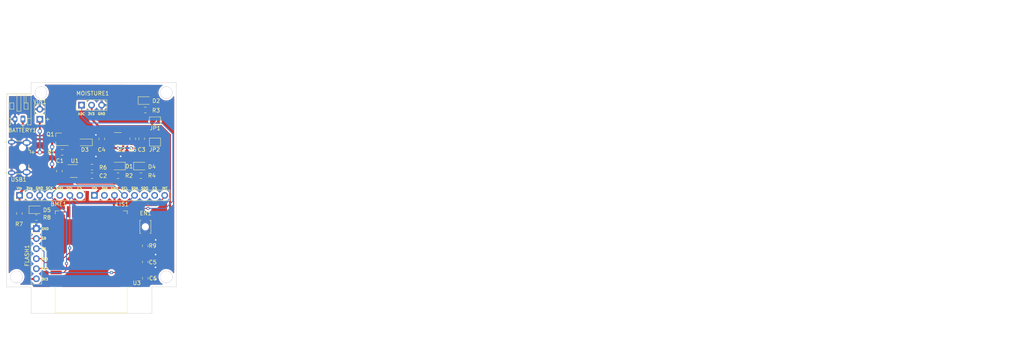
<source format=kicad_pcb>
(kicad_pcb (version 20171130) (host pcbnew "(5.1.10)-1")
  (layers (0 F.Cu signal) (31 B.Cu signal) (34 B.Paste user hide) (35 F.Paste user hide) (36 B.SilkS user hide) (37 F.SilkS user) (38 B.Mask user hide) (39 F.Mask user hide) (44 Edge.Cuts user))
  (net 0 "")
  (net 1 GND)
  (net 2 +BATT)
  (net 3 VBUS)
  (net 4 +3V3)
  (net 5 EN)
  (net 6 "Net-(D1-Pad1)")
  (net 7 IO2)
  (net 8 "Net-(D5-Pad1)")
  (net 9 SDA)
  (net 10 SCL)
  (net 11 TX0)
  (net 12 RX0)
  (net 13 IO0)
  (net 14 "Net-(R5-Pad1)")
  (net 15 "Net-(D4-Pad2)")
  (net 16 "Net-(U2-Pad4)")
  (net 17 "Net-(U3-Pad32)")
  (net 18 "Net-(BME1-Pad7)")
  (net 19 "Net-(BME1-Pad5)")
  (net 20 "Net-(BME1-Pad2)")
  (net 21 "Net-(C3-Pad1)")
  (net 22 "Net-(U3-Pad37)")
  (net 23 "Net-(U3-Pad31)")
  (net 24 "Net-(U3-Pad30)")
  (net 25 "Net-(U3-Pad29)")
  (net 26 "Net-(U3-Pad28)")
  (net 27 "Net-(U3-Pad27)")
  (net 28 "Net-(U3-Pad26)")
  (net 29 "Net-(U3-Pad23)")
  (net 30 "Net-(U3-Pad22)")
  (net 31 "Net-(U3-Pad21)")
  (net 32 "Net-(U3-Pad20)")
  (net 33 "Net-(U3-Pad19)")
  (net 34 "Net-(U3-Pad18)")
  (net 35 "Net-(U3-Pad17)")
  (net 36 "Net-(U3-Pad16)")
  (net 37 "Net-(U3-Pad14)")
  (net 38 "Net-(U3-Pad13)")
  (net 39 "Net-(U3-Pad12)")
  (net 40 "Net-(U3-Pad11)")
  (net 41 "Net-(U3-Pad10)")
  (net 42 "Net-(U3-Pad8)")
  (net 43 "Net-(U3-Pad7)")
  (net 44 "Net-(U3-Pad5)")
  (net 45 "Net-(U3-Pad4)")
  (net 46 "Net-(USB1-Pad4)")
  (net 47 "Net-(USB1-Pad3)")
  (net 48 "Net-(USB1-Pad2)")
  (net 49 "Net-(C4-Pad1)")
  (net 50 "Net-(R2-Pad1)")
  (net 51 "Net-(D2-Pad2)")
  (net 52 "Net-(D2-Pad1)")
  (net 53 "Net-(R6-Pad1)")
  (net 54 INT)
  (net 55 "Net-(LIS1-Pad7)")
  (net 56 "Net-(LIS1-Pad6)")
  (net 57 "Net-(LIS1-Pad2)")
  (net 58 ADC1)
  (module MountingHole:MountingHole_2.2mm_M2_Pad (layer F.Cu) (at 136.12 75.75)
    (fp_text reference REF** hide)
    (fp_text value MountingHole_2.2mm_M2_Pad)
    (pad 1 thru_hole circle (at 0 0) (size 3 3) (drill 3) (layers *.Cu *.Mask))
  )
  (module MountingHole:MountingHole_2.2mm_M2_Pad (layer F.Cu) (at 167.8 75.79)
    (fp_text reference REF** hide)
    (fp_text value MountingHole_2.2mm_M2_Pad)
    (pad 2 thru_hole circle (at 0 0) (size 3 3) (drill 3) (layers *.Cu *.Mask))
  )
  (module MountingHole:MountingHole_2.2mm_M2_Pad (layer F.Cu) (at 129.93 122.45)
    (fp_text reference REF** hide)
    (fp_text value MountingHole_2.2mm_M2_Pad)
    (pad 4 thru_hole circle (at 0 0) (size 3 3) (drill 3) (layers *.Cu *.Mask))
  )
  (module MountingHole:MountingHole_2.2mm_M2_Pad (layer F.Cu) (at 167.8 122.44)
    (fp_text reference REF** hide)
    (fp_text value MountingHole_2.2mm_M2_Pad)
    (pad 3 thru_hole circle (at 0 0) (size 3 3) (drill 3) (layers *.Cu *.Mask))
  )
  (module Connector_PinHeader_2.54mm:PinHeader_1x03_P2.54mm_Vertical (layer F.Cu) (at 146.35988 78.95336 90)
    (fp_text reference MOISTURE1 (at 2.96672 2.8194 180) (layer F.SilkS))
    (fp_text value MOISTURE)
    (pad 3 thru_hole oval (at 0 5.08 90) (size 1.7 1.7) (drill 1) (layers *.Cu *.Mask) (net 1 GND))
    (pad 2 thru_hole oval (at 0 2.54 90) (size 1.7 1.7) (drill 1) (layers *.Cu *.Mask) (net 4 +3V3))
    (pad 1 thru_hole rect (at 0 0 90) (size 1.7 1.7) (drill 1) (layers *.Cu *.Mask) (net 58 ADC1))
  )
  (module Diode_SMD:D_SOD-323_HandSoldering (layer F.Cu) (at 147.19428 88.38248 180)
    (fp_text reference D3 (at 0 -1.85) (layer F.SilkS))
    (fp_text value 1A/23V/620mV)
    (pad 2 smd rect (at 1.25 0 180) (size 1 1) (layers F.Cu F.Paste F.Mask) (net 3 VBUS))
    (pad 1 smd rect (at -1.25 0 180) (size 1 1) (layers F.Cu F.Paste F.Mask) (net 49 "Net-(C4-Pad1)"))
  )
  (module LED_SMD:LED_0805_2012Metric_Pad1.15x1.40mm_HandSolder (layer F.Cu) (at 162.5219 77.8002)
    (fp_text reference D2 (at 2.7051 0.07874) (layer F.SilkS))
    (fp_text value Red)
    (pad 1 smd roundrect (at -1.025 0) (size 1.15 1.4) (layers F.Cu F.Paste F.Mask) (roundrect_rratio 0.217391) (net 52 "Net-(D2-Pad1)"))
    (pad 2 smd roundrect (at 1.025 0) (size 1.15 1.4) (layers F.Cu F.Paste F.Mask) (roundrect_rratio 0.217391) (net 51 "Net-(D2-Pad2)"))
  )
  (module Jumper:SolderJumper-2_P1.3mm_Open_TrianglePad1.0x1.5mm (layer F.Cu) (at 164.93092 88.30056 180)
    (fp_text reference JP2 (at 0.09652 -1.89992) (layer F.SilkS))
    (fp_text value SJ)
    (pad 1 smd custom (at -0.725 0 180) (size 0.3 0.3) (layers F.Cu F.Mask) (net 4 +3V3) (options (clearance outline) (anchor rect)) (primitives (gr_poly (pts (xy -0.5 -0.75) (xy 0.5 -0.75) (xy 1 0) (xy 0.5 0.75) (xy -0.5 0.75)) (width 0))))
    (pad 2 smd custom (at 0.725 0 180) (size 0.3 0.3) (layers F.Cu F.Mask) (net 21 "Net-(C3-Pad1)") (options (clearance outline) (anchor rect)) (primitives (gr_poly (pts (xy -0.65 -0.75) (xy 0.5 -0.75) (xy 0.5 0.75) (xy -0.65 0.75) (xy -0.15 0)) (width 0))))
  )
  (module LED_SMD:LED_0805_2012Metric_Pad1.15x1.40mm_HandSolder (layer F.Cu) (at 161.3816 94.3864)
    (fp_text reference D4 (at 2.77098 0.16962 180) (layer F.SilkS))
    (fp_text value Green)
    (pad 1 smd roundrect (at -1.025 0) (size 1.15 1.4) (layers F.Cu F.Paste F.Mask) (roundrect_rratio 0.2173904347826087) (net 1 GND))
    (pad 2 smd roundrect (at 1.025 0) (size 1.15 1.4) (layers F.Cu F.Paste F.Mask) (roundrect_rratio 0.2173904347826087) (net 15 "Net-(D4-Pad2)"))
  )
  (module Package_TO_SOT_SMD:SOT-23-5_HandSoldering (layer F.Cu) (at 144.4238 95.64794)
    (fp_text reference U1 (at 0.234 -2.624) (layer F.SilkS))
    (fp_text value MCP73831)
    (pad 5 smd rect (at 1.35 -0.95) (size 1.56 0.65) (layers F.Cu F.Paste F.Mask) (net 53 "Net-(R6-Pad1)"))
    (pad 4 smd rect (at 1.35 0.95) (size 1.56 0.65) (layers F.Cu F.Paste F.Mask) (net 3 VBUS))
    (pad 3 smd rect (at -1.35 0.95) (size 1.56 0.65) (layers F.Cu F.Paste F.Mask) (net 2 +BATT))
    (pad 2 smd rect (at -1.35 0) (size 1.56 0.65) (layers F.Cu F.Paste F.Mask) (net 1 GND))
    (pad 1 smd rect (at -1.35 -0.95) (size 1.56 0.65) (layers F.Cu F.Paste F.Mask) (net 50 "Net-(R2-Pad1)"))
  )
  (module RF_Module:ESP32-WROOM-32 (layer F.Cu) (at 148.83 115.6 180)
    (fp_text reference U3 (at -11.48972 -8.3774 180) (layer F.SilkS))
    (fp_text value ESP32-WROOM-32)
    (pad 39 smd rect (at -1 -0.755 180) (size 5 5) (layers F.Cu F.Paste F.Mask) (net 1 GND))
    (pad 1 smd rect (at -8.5 -8.255 180) (size 2.8 0.9) (drill (offset -0.4 0)) (layers F.Cu F.Paste F.Mask) (net 1 GND))
    (pad 2 smd rect (at -8.5 -6.985 180) (size 2.8 0.9) (drill (offset -0.4 0)) (layers F.Cu F.Paste F.Mask) (net 4 +3V3))
    (pad 3 smd rect (at -8.5 -5.715 180) (size 2.8 0.9) (drill (offset -0.4 0)) (layers F.Cu F.Paste F.Mask) (net 5 EN))
    (pad 4 smd rect (at -8.5 -4.445 180) (size 2.8 0.9) (drill (offset -0.4 0)) (layers F.Cu F.Paste F.Mask) (net 45 "Net-(U3-Pad4)"))
    (pad 5 smd rect (at -8.5 -3.175 180) (size 2.8 0.9) (drill (offset -0.4 0)) (layers F.Cu F.Paste F.Mask) (net 44 "Net-(U3-Pad5)"))
    (pad 6 smd rect (at -8.5 -1.905 180) (size 2.8 0.9) (drill (offset -0.4 0)) (layers F.Cu F.Paste F.Mask) (net 58 ADC1))
    (pad 7 smd rect (at -8.5 -0.635 180) (size 2.8 0.9) (drill (offset -0.4 0)) (layers F.Cu F.Paste F.Mask) (net 43 "Net-(U3-Pad7)"))
    (pad 8 smd rect (at -8.5 0.635 180) (size 2.8 0.9) (drill (offset -0.4 0)) (layers F.Cu F.Paste F.Mask) (net 42 "Net-(U3-Pad8)"))
    (pad 9 smd rect (at -8.5 1.905 180) (size 2.8 0.9) (drill (offset -0.4 0)) (layers F.Cu F.Paste F.Mask) (net 54 INT))
    (pad 10 smd rect (at -8.5 3.175 180) (size 2.8 0.9) (drill (offset -0.4 0)) (layers F.Cu F.Paste F.Mask) (net 41 "Net-(U3-Pad10)"))
    (pad 11 smd rect (at -8.5 4.445 180) (size 2.8 0.9) (drill (offset -0.4 0)) (layers F.Cu F.Paste F.Mask) (net 40 "Net-(U3-Pad11)"))
    (pad 12 smd rect (at -8.5 5.715 180) (size 2.8 0.9) (drill (offset -0.4 0)) (layers F.Cu F.Paste F.Mask) (net 39 "Net-(U3-Pad12)"))
    (pad 13 smd rect (at -8.5 6.985 180) (size 2.8 0.9) (drill (offset -0.4 0)) (layers F.Cu F.Paste F.Mask) (net 38 "Net-(U3-Pad13)"))
    (pad 14 smd rect (at -8.5 8.255 180) (size 2.8 0.9) (drill (offset -0.4 0)) (layers F.Cu F.Paste F.Mask) (net 37 "Net-(U3-Pad14)"))
    (pad 15 smd rect (at -5.715 9.255 270) (size 2.8 0.9) (drill (offset -0.4 0)) (layers F.Cu F.Paste F.Mask) (net 1 GND))
    (pad 16 smd rect (at -4.445 9.255 270) (size 2.8 0.9) (drill (offset -0.4 0)) (layers F.Cu F.Paste F.Mask) (net 36 "Net-(U3-Pad16)"))
    (pad 17 smd rect (at -3.175 9.255 270) (size 2.8 0.9) (drill (offset -0.4 0)) (layers F.Cu F.Paste F.Mask) (net 35 "Net-(U3-Pad17)"))
    (pad 18 smd rect (at -1.905 9.255 270) (size 2.8 0.9) (drill (offset -0.4 0)) (layers F.Cu F.Paste F.Mask) (net 34 "Net-(U3-Pad18)"))
    (pad 19 smd rect (at -0.635 9.255 270) (size 2.8 0.9) (drill (offset -0.4 0)) (layers F.Cu F.Paste F.Mask) (net 33 "Net-(U3-Pad19)"))
    (pad 20 smd rect (at 0.635 9.255 270) (size 2.8 0.9) (drill (offset -0.4 0)) (layers F.Cu F.Paste F.Mask) (net 32 "Net-(U3-Pad20)"))
    (pad 21 smd rect (at 1.905 9.255 270) (size 2.8 0.9) (drill (offset -0.4 0)) (layers F.Cu F.Paste F.Mask) (net 31 "Net-(U3-Pad21)"))
    (pad 22 smd rect (at 3.175 9.255 270) (size 2.8 0.9) (drill (offset -0.4 0)) (layers F.Cu F.Paste F.Mask) (net 30 "Net-(U3-Pad22)"))
    (pad 23 smd rect (at 4.445 9.255 270) (size 2.8 0.9) (drill (offset -0.4 0)) (layers F.Cu F.Paste F.Mask) (net 29 "Net-(U3-Pad23)"))
    (pad 24 smd rect (at 5.715 9.255 270) (size 2.8 0.9) (drill (offset -0.4 0)) (layers F.Cu F.Paste F.Mask) (net 7 IO2))
    (pad 25 smd rect (at 8.5 8.255 180) (size 2.8 0.9) (drill (offset 0.4 0)) (layers F.Cu F.Paste F.Mask) (net 13 IO0))
    (pad 26 smd rect (at 8.5 6.985 180) (size 2.8 0.9) (drill (offset 0.4 0)) (layers F.Cu F.Paste F.Mask) (net 28 "Net-(U3-Pad26)"))
    (pad 27 smd rect (at 8.5 5.715 180) (size 2.8 0.9) (drill (offset 0.4 0)) (layers F.Cu F.Paste F.Mask) (net 27 "Net-(U3-Pad27)"))
    (pad 28 smd rect (at 8.5 4.445 180) (size 2.8 0.9) (drill (offset 0.4 0)) (layers F.Cu F.Paste F.Mask) (net 26 "Net-(U3-Pad28)"))
    (pad 29 smd rect (at 8.5 3.175 180) (size 2.8 0.9) (drill (offset 0.4 0)) (layers F.Cu F.Paste F.Mask) (net 25 "Net-(U3-Pad29)"))
    (pad 30 smd rect (at 8.5 1.905 180) (size 2.8 0.9) (drill (offset 0.4 0)) (layers F.Cu F.Paste F.Mask) (net 24 "Net-(U3-Pad30)"))
    (pad 31 smd rect (at 8.5 0.635 180) (size 2.8 0.9) (drill (offset 0.4 0)) (layers F.Cu F.Paste F.Mask) (net 23 "Net-(U3-Pad31)"))
    (pad 32 smd rect (at 8.5 -0.635 180) (size 2.8 0.9) (drill (offset 0.4 0)) (layers F.Cu F.Paste F.Mask) (net 17 "Net-(U3-Pad32)"))
    (pad 33 smd rect (at 8.5 -1.905 180) (size 2.8 0.9) (drill (offset 0.4 0)) (layers F.Cu F.Paste F.Mask) (net 9 SDA))
    (pad 34 smd rect (at 8.5 -3.175 180) (size 2.8 0.9) (drill (offset 0.4 0)) (layers F.Cu F.Paste F.Mask) (net 12 RX0))
    (pad 35 smd rect (at 8.5 -4.445 180) (size 2.8 0.9) (drill (offset 0.4 0)) (layers F.Cu F.Paste F.Mask) (net 11 TX0))
    (pad 36 smd rect (at 8.5 -5.715 180) (size 2.8 0.9) (drill (offset 0.4 0)) (layers F.Cu F.Paste F.Mask) (net 10 SCL))
    (pad 37 smd rect (at 8.5 -6.985 180) (size 2.8 0.9) (drill (offset 0.4 0)) (layers F.Cu F.Paste F.Mask) (net 22 "Net-(U3-Pad37)"))
    (pad 38 smd rect (at 8.5 -8.255 180) (size 2.8 0.9) (drill (offset 0.4 0)) (layers F.Cu F.Paste F.Mask) (net 1 GND))
  )
  (module Connector_USB:USB_Micro-B_Wuerth_629105150521 (layer F.Cu) (at 130.62712 92.19692 270)
    (fp_text reference USB1 (at 5.61086 0.15494) (layer F.SilkS))
    (fp_text value USB_B_Micro)
    (pad "" np_thru_hole oval (at 2.5 -0.8 270) (size 0.8 0.8) (drill 0.8) (layers *.Cu *.Mask))
    (pad "" np_thru_hole oval (at -2.5 -0.8 270) (size 0.8 0.8) (drill 0.8) (layers *.Cu *.Mask))
    (pad 6 thru_hole oval (at 3.875 1.95 270) (size 1.15 1.8) (drill oval 0.55 1.2) (layers *.Cu *.Mask) (net 1 GND))
    (pad 6 thru_hole oval (at -3.875 1.95 270) (size 1.15 1.8) (drill oval 0.55 1.2) (layers *.Cu *.Mask) (net 1 GND))
    (pad 6 thru_hole oval (at 3.725 -1.85 270) (size 1.45 2) (drill oval 0.85 1.4) (layers *.Cu *.Mask) (net 1 GND))
    (pad 6 thru_hole oval (at -3.725 -1.85 270) (size 1.45 2) (drill oval 0.85 1.4) (layers *.Cu *.Mask) (net 1 GND))
    (pad 5 smd rect (at 1.3 -1.9 270) (size 0.45 1.7) (drill (offset 0 -0.2)) (layers F.Cu F.Paste F.Mask) (net 1 GND))
    (pad 4 smd rect (at 0.65 -1.9 270) (size 0.45 1.7) (drill (offset 0 -0.2)) (layers F.Cu F.Paste F.Mask) (net 46 "Net-(USB1-Pad4)"))
    (pad 3 smd rect (at 0 -1.9 270) (size 0.45 1.7) (drill (offset 0 -0.2)) (layers F.Cu F.Paste F.Mask) (net 47 "Net-(USB1-Pad3)"))
    (pad 2 smd rect (at -0.65 -1.9 270) (size 0.45 1.7) (drill (offset 0 -0.2)) (layers F.Cu F.Paste F.Mask) (net 48 "Net-(USB1-Pad2)"))
    (pad 1 smd rect (at -1.3 -1.9 270) (size 0.45 1.7) (drill (offset 0 -0.2)) (layers F.Cu F.Paste F.Mask) (net 3 VBUS))
  )
  (module Button_Switch_SMD:SW_SPST_B3U-1000P-B (layer F.Cu) (at 162.5 109.76 270)
    (fp_text reference EN1 (at -3.43306 -0.05238) (layer F.SilkS))
    (fp_text value Switch)
    (pad "" np_thru_hole circle (at 0 0 270) (size 0.8 0.8) (drill 0.8) (layers *.Cu *.Mask))
    (pad 2 smd rect (at 1.7 0 270) (size 1.3 1.7) (drill (offset 0.2 0)) (layers F.Cu F.Paste F.Mask) (net 5 EN))
    (pad 1 smd rect (at -1.7 0 270) (size 1.3 1.7) (drill (offset -0.2 0)) (layers F.Cu F.Paste F.Mask) (net 1 GND))
  )
  (module Connector_PinHeader_2.54mm:PinHeader_1x08_P2.54mm_Vertical (layer F.Cu) (at 149.6 101.8 90)
    (fp_text reference LIS1 (at -2.2606 7.06882 180) (layer F.SilkS))
    (fp_text value LIS3DH)
    (pad 8 thru_hole oval (at 0 17.78 90) (size 1.7 1.7) (drill 1) (layers *.Cu *.Mask) (net 54 INT))
    (pad 7 thru_hole oval (at 0 15.24 90) (size 1.7 1.7) (drill 1) (layers *.Cu *.Mask) (net 55 "Net-(LIS1-Pad7)"))
    (pad 6 thru_hole oval (at 0 12.7 90) (size 1.7 1.7) (drill 1) (layers *.Cu *.Mask) (net 56 "Net-(LIS1-Pad6)"))
    (pad 5 thru_hole oval (at 0 10.16 90) (size 1.7 1.7) (drill 1) (layers *.Cu *.Mask) (net 9 SDA))
    (pad 4 thru_hole oval (at 0 7.62 90) (size 1.7 1.7) (drill 1) (layers *.Cu *.Mask) (net 10 SCL))
    (pad 3 thru_hole oval (at 0 5.08 90) (size 1.7 1.7) (drill 1) (layers *.Cu *.Mask) (net 1 GND))
    (pad 2 thru_hole oval (at 0 2.54 90) (size 1.7 1.7) (drill 1) (layers *.Cu *.Mask) (net 57 "Net-(LIS1-Pad2)"))
    (pad 1 thru_hole rect (at 0 0 90) (size 1.7 1.7) (drill 1) (layers *.Cu *.Mask) (net 4 +3V3))
  )
  (module Connector_PinHeader_2.54mm:PinHeader_1x02_P2.54mm_Vertical (layer F.Cu) (at 135.8138 82.53476 180)
    (fp_text reference VIN1 (at -0.0162 4.47476) (layer F.SilkS))
    (fp_text value Conn_01x07)
    (pad 2 thru_hole oval (at 0 2.54 180) (size 1.7 1.7) (drill 1) (layers *.Cu *.Mask) (net 1 GND))
    (pad 1 thru_hole rect (at 0 0 180) (size 1.7 1.7) (drill 1) (layers *.Cu *.Mask) (net 3 VBUS))
  )
  (module Connector_PinHeader_2.54mm:PinHeader_1x06_P2.54mm_Vertical (layer F.Cu) (at 134.94 110.21)
    (fp_text reference FLASH1 (at -2.3495 6.83514 90) (layer F.SilkS))
    (fp_text value Conn_01x07)
    (pad 6 thru_hole oval (at 0 12.7) (size 1.7 1.7) (drill 1) (layers *.Cu *.Mask) (net 4 +3V3))
    (pad 5 thru_hole oval (at 0 10.16) (size 1.7 1.7) (drill 1) (layers *.Cu *.Mask) (net 11 TX0))
    (pad 4 thru_hole oval (at 0 7.62) (size 1.7 1.7) (drill 1) (layers *.Cu *.Mask) (net 12 RX0))
    (pad 3 thru_hole oval (at 0 5.08) (size 1.7 1.7) (drill 1) (layers *.Cu *.Mask) (net 5 EN))
    (pad 2 thru_hole oval (at 0 2.54) (size 1.7 1.7) (drill 1) (layers *.Cu *.Mask) (net 13 IO0))
    (pad 1 thru_hole rect (at 0 0) (size 1.7 1.7) (drill 1) (layers *.Cu *.Mask) (net 1 GND))
  )
  (module Connector_PinHeader_2.54mm:PinHeader_1x07_P2.54mm_Vertical (layer F.Cu) (at 130.70332 101.80066 90)
    (fp_text reference BME1 (at -2.1971 9.85774 180) (layer F.SilkS))
    (fp_text value BME680)
    (pad 7 thru_hole oval (at 0 15.24 90) (size 1.7 1.7) (drill 1) (layers *.Cu *.Mask) (net 18 "Net-(BME1-Pad7)"))
    (pad 6 thru_hole oval (at 0 12.7 90) (size 1.7 1.7) (drill 1) (layers *.Cu *.Mask) (net 9 SDA))
    (pad 5 thru_hole oval (at 0 10.16 90) (size 1.7 1.7) (drill 1) (layers *.Cu *.Mask) (net 19 "Net-(BME1-Pad5)"))
    (pad 4 thru_hole oval (at 0 7.62 90) (size 1.7 1.7) (drill 1) (layers *.Cu *.Mask) (net 10 SCL))
    (pad 3 thru_hole oval (at 0 5.08 90) (size 1.7 1.7) (drill 1) (layers *.Cu *.Mask) (net 1 GND))
    (pad 2 thru_hole oval (at 0 2.54 90) (size 1.7 1.7) (drill 1) (layers *.Cu *.Mask) (net 20 "Net-(BME1-Pad2)"))
    (pad 1 thru_hole rect (at 0 0 90) (size 1.7 1.7) (drill 1) (layers *.Cu *.Mask) (net 4 +3V3))
  )
  (module Package_TO_SOT_SMD:SOT-23-5_HandSoldering (layer F.Cu) (at 155.53378 87.51432 180)
    (fp_text reference U2 (at -0.95772 -2.74584) (layer F.SilkS))
    (fp_text value AP2112K-3.3)
    (pad 5 smd rect (at 1.35 -0.95 180) (size 1.56 0.65) (layers F.Cu F.Paste F.Mask) (net 21 "Net-(C3-Pad1)"))
    (pad 4 smd rect (at 1.35 0.95 180) (size 1.56 0.65) (layers F.Cu F.Paste F.Mask) (net 16 "Net-(U2-Pad4)"))
    (pad 3 smd rect (at -1.35 0.95 180) (size 1.56 0.65) (layers F.Cu F.Paste F.Mask) (net 14 "Net-(R5-Pad1)"))
    (pad 2 smd rect (at -1.35 0 180) (size 1.56 0.65) (layers F.Cu F.Paste F.Mask) (net 1 GND))
    (pad 1 smd rect (at -1.35 -0.95 180) (size 1.56 0.65) (layers F.Cu F.Paste F.Mask) (net 49 "Net-(C4-Pad1)"))
  )
  (module Resistor_SMD:R_0805_2012Metric_Pad1.15x1.40mm_HandSolder (layer F.Cu) (at 162.4838 80.19542)
    (fp_text reference R3 (at 2.7178 0.1016) (layer F.SilkS))
    (fp_text value 1K)
    (pad 2 smd roundrect (at 1.025 0) (size 1.15 1.4) (layers F.Cu F.Paste F.Mask) (roundrect_rratio 0.2173904347826087) (net 1 GND))
    (pad 1 smd roundrect (at -1.025 0) (size 1.15 1.4) (layers F.Cu F.Paste F.Mask) (roundrect_rratio 0.2173904347826087) (net 52 "Net-(D2-Pad1)"))
  )
  (module Jumper:SolderJumper-2_P1.3mm_Open_TrianglePad1.0x1.5mm (layer F.Cu) (at 164.91822 82.9437)
    (fp_text reference JP1 (at 0.04462 1.84912) (layer F.SilkS))
    (fp_text value SJ)
    (pad 1 smd custom (at -0.725 0) (size 0.3 0.3) (layers F.Cu F.Mask) (net 4 +3V3) (options (clearance outline) (anchor rect)) (primitives (gr_poly (pts (xy -0.5 -0.75) (xy 0.5 -0.75) (xy 1 0) (xy 0.5 0.75) (xy -0.5 0.75)) (width 0))))
    (pad 2 smd custom (at 0.725 0) (size 0.3 0.3) (layers F.Cu F.Mask) (net 51 "Net-(D2-Pad2)") (options (clearance outline) (anchor rect)) (primitives (gr_poly (pts (xy -0.65 -0.75) (xy 0.5 -0.75) (xy 0.5 0.75) (xy -0.65 0.75) (xy -0.15 0)) (width 0))))
  )
  (module LED_SMD:LED_0805_2012Metric_Pad1.15x1.40mm_HandSolder (layer F.Cu) (at 134.9392 105.44418)
    (fp_text reference D5 (at 2.6808 0.06582) (layer F.SilkS))
    (fp_text value Blue)
    (pad 1 smd roundrect (at -1.025 0) (size 1.15 1.4) (layers F.Cu F.Paste F.Mask) (roundrect_rratio 0.2173904347826087) (net 8 "Net-(D5-Pad1)"))
    (pad 2 smd roundrect (at 1.025 0) (size 1.15 1.4) (layers F.Cu F.Paste F.Mask) (roundrect_rratio 0.2173904347826087) (net 7 IO2))
  )
  (module Connector_JST:JST_PH_S2B-PH-K_1x02_P2.00mm_Horizontal (layer F.Cu) (at 131.53644 82.49412 180)
    (fp_text reference BATTERY1 (at 0.17018 -2.82448 180) (layer F.SilkS))
    (fp_text value LiPo)
    (pad 2 thru_hole oval (at 2 0 180) (size 1.2 1.75) (drill 0.75) (layers *.Cu *.Mask) (net 1 GND))
    (pad 1 thru_hole roundrect (at 0 0 180) (size 1.2 1.75) (drill 0.75) (layers *.Cu *.Mask) (roundrect_rratio 0.2083325) (net 2 +BATT))
  )
  (module Resistor_SMD:R_0805_2012Metric_Pad1.15x1.40mm_HandSolder (layer F.Cu) (at 130.66 106.3789 90)
    (fp_text reference R7 (at -2.69494 -0.0762 180) (layer F.SilkS))
    (fp_text value 10K)
    (pad 1 smd roundrect (at -1.025 0 90) (size 1.15 1.4) (layers F.Cu F.Paste F.Mask) (roundrect_rratio 0.2173904347826087) (net 13 IO0))
    (pad 2 smd roundrect (at 1.025 0 90) (size 1.15 1.4) (layers F.Cu F.Paste F.Mask) (roundrect_rratio 0.2173904347826087) (net 4 +3V3))
  )
  (module Resistor_SMD:R_0805_2012Metric_Pad1.15x1.40mm_HandSolder (layer F.Cu) (at 162.47 114.58 90)
    (fp_text reference R9 (at 0.01838 1.85022 180) (layer F.SilkS))
    (fp_text value 10K)
    (pad 2 smd roundrect (at 1.025 0 90) (size 1.15 1.4) (layers F.Cu F.Paste F.Mask) (roundrect_rratio 0.2173904347826087) (net 5 EN))
    (pad 1 smd roundrect (at -1.025 0 90) (size 1.15 1.4) (layers F.Cu F.Paste F.Mask) (roundrect_rratio 0.2173904347826087) (net 4 +3V3))
  )
  (module Resistor_SMD:R_0805_2012Metric_Pad1.15x1.40mm_HandSolder (layer F.Cu) (at 134.9397 107.40438)
    (fp_text reference R8 (at 2.6703 0.00562) (layer F.SilkS))
    (fp_text value 1K)
    (pad 1 smd roundrect (at -1.025 0) (size 1.15 1.4) (layers F.Cu F.Paste F.Mask) (roundrect_rratio 0.2173904347826087) (net 8 "Net-(D5-Pad1)"))
    (pad 2 smd roundrect (at 1.025 0) (size 1.15 1.4) (layers F.Cu F.Paste F.Mask) (roundrect_rratio 0.2173904347826087) (net 1 GND))
  )
  (module Resistor_SMD:R_0805_2012Metric_Pad1.15x1.40mm_HandSolder (layer F.Cu) (at 148.99 94.65)
    (fp_text reference R6 (at 2.8146 0.095) (layer F.SilkS))
    (fp_text value 1.0K)
    (pad 1 smd roundrect (at -1.025 0) (size 1.15 1.4) (layers F.Cu F.Paste F.Mask) (roundrect_rratio 0.2173904347826087) (net 53 "Net-(R6-Pad1)"))
    (pad 2 smd roundrect (at 1.025 0) (size 1.15 1.4) (layers F.Cu F.Paste F.Mask) (roundrect_rratio 0.2173904347826087) (net 1 GND))
  )
  (module Resistor_SMD:R_0805_2012Metric_Pad1.15x1.40mm_HandSolder (layer F.Cu) (at 161.3535 96.80956 180)
    (fp_text reference R4 (at -2.79268 0.0079) (layer F.SilkS))
    (fp_text value 1K)
    (pad 1 smd roundrect (at -1.025 0 180) (size 1.15 1.4) (layers F.Cu F.Paste F.Mask) (roundrect_rratio 0.2173904347826087) (net 15 "Net-(D4-Pad2)"))
    (pad 2 smd roundrect (at 1.025 0 180) (size 1.15 1.4) (layers F.Cu F.Paste F.Mask) (roundrect_rratio 0.2173904347826087) (net 50 "Net-(R2-Pad1)"))
  )
  (module Resistor_SMD:R_0805_2012Metric_Pad1.15x1.40mm_HandSolder (layer F.Cu) (at 159.30118 87.46236 270)
    (fp_text reference R5 (at 2.78638 0.03302 180) (layer F.SilkS))
    (fp_text value 100K)
    (pad 2 smd roundrect (at 1.025 0 270) (size 1.15 1.4) (layers F.Cu F.Paste F.Mask) (roundrect_rratio 0.2173904347826087) (net 49 "Net-(C4-Pad1)"))
    (pad 1 smd roundrect (at -1.025 0 270) (size 1.15 1.4) (layers F.Cu F.Paste F.Mask) (roundrect_rratio 0.2173904347826087) (net 14 "Net-(R5-Pad1)"))
  )
  (module Resistor_SMD:R_0805_2012Metric_Pad1.15x1.40mm_HandSolder (layer F.Cu) (at 155.58394 96.82254)
    (fp_text reference R2 (at 2.7749 -0.00028) (layer F.SilkS))
    (fp_text value 1K)
    (pad 2 smd roundrect (at 1.025 0) (size 1.15 1.4) (layers F.Cu F.Paste F.Mask) (roundrect_rratio 0.2173904347826087) (net 6 "Net-(D1-Pad1)"))
    (pad 1 smd roundrect (at -1.025 0) (size 1.15 1.4) (layers F.Cu F.Paste F.Mask) (roundrect_rratio 0.2173904347826087) (net 50 "Net-(R2-Pad1)"))
  )
  (module Resistor_SMD:R_0805_2012Metric_Pad1.15x1.40mm_HandSolder (layer F.Cu) (at 141.4653 90.89136 180)
    (fp_text reference R1 (at 2.74066 -0.02794) (layer F.SilkS))
    (fp_text value 10K)
    (pad 2 smd roundrect (at 1.025 0 180) (size 1.15 1.4) (layers F.Cu F.Paste F.Mask) (roundrect_rratio 0.2173904347826087) (net 3 VBUS))
    (pad 1 smd roundrect (at -1.025 0 180) (size 1.15 1.4) (layers F.Cu F.Paste F.Mask) (roundrect_rratio 0.2173904347826087) (net 1 GND))
  )
  (module Package_TO_SOT_SMD:SOT-23_Handsoldering (layer F.Cu) (at 140.61186 87.59444 180)
    (fp_text reference Q1 (at 2.13614 1.24714) (layer F.SilkS))
    (fp_text value 2.5A/30V)
    (pad 1 smd rect (at -1.5 -0.95 180) (size 1.9 0.8) (layers F.Cu F.Paste F.Mask) (net 3 VBUS))
    (pad 2 smd rect (at -1.5 0.95 180) (size 1.9 0.8) (layers F.Cu F.Paste F.Mask) (net 49 "Net-(C4-Pad1)"))
    (pad 3 smd rect (at 1.5 0 180) (size 1.9 0.8) (layers F.Cu F.Paste F.Mask) (net 2 +BATT))
  )
  (module LED_SMD:LED_0805_2012Metric_Pad1.15x1.40mm_HandSolder (layer F.Cu) (at 155.57252 94.37172 180)
    (fp_text reference D1 (at -2.83458 -0.08326) (layer F.SilkS))
    (fp_text value Red)
    (pad 1 smd roundrect (at -1.025 0 180) (size 1.15 1.4) (layers F.Cu F.Paste F.Mask) (roundrect_rratio 0.2173904347826087) (net 6 "Net-(D1-Pad1)"))
    (pad 2 smd roundrect (at 1.025 0 180) (size 1.15 1.4) (layers F.Cu F.Paste F.Mask) (roundrect_rratio 0.2173904347826087) (net 3 VBUS))
  )
  (module Capacitor_SMD:C_0805_2012Metric_Pad1.15x1.40mm_HandSolder (layer F.Cu) (at 162.47 122.77 270)
    (fp_text reference C6 (at 0.01384 -1.96102 180) (layer F.SilkS))
    (fp_text value 10uF/10V)
    (pad 2 smd roundrect (at 1.025 0 270) (size 1.15 1.4) (layers F.Cu F.Paste F.Mask) (roundrect_rratio 0.2173904347826087) (net 1 GND))
    (pad 1 smd roundrect (at -1.025 0 270) (size 1.15 1.4) (layers F.Cu F.Paste F.Mask) (roundrect_rratio 0.2173904347826087) (net 4 +3V3))
  )
  (module Capacitor_SMD:C_0805_2012Metric_Pad1.15x1.40mm_HandSolder (layer F.Cu) (at 162.47 118.66 90)
    (fp_text reference C5 (at -0.06722 1.8934) (layer F.SilkS))
    (fp_text value 0.1uF/50V)
    (pad 2 smd roundrect (at 1.025 0 90) (size 1.15 1.4) (layers F.Cu F.Paste F.Mask) (roundrect_rratio 0.2173904347826087) (net 1 GND))
    (pad 1 smd roundrect (at -1.025 0 90) (size 1.15 1.4) (layers F.Cu F.Paste F.Mask) (roundrect_rratio 0.2173904347826087) (net 4 +3V3))
  )
  (module Capacitor_SMD:C_0805_2012Metric_Pad1.15x1.40mm_HandSolder (layer F.Cu) (at 151.48516 87.50934 90)
    (fp_text reference C4 (at -2.73558 -0.04826 180) (layer F.SilkS))
    (fp_text value 1.0uF/6.3V)
    (pad 2 smd roundrect (at 1.025 0 90) (size 1.15 1.4) (layers F.Cu F.Paste F.Mask) (roundrect_rratio 0.2173904347826087) (net 1 GND))
    (pad 1 smd roundrect (at -1.025 0 90) (size 1.15 1.4) (layers F.Cu F.Paste F.Mask) (roundrect_rratio 0.2173904347826087) (net 49 "Net-(C4-Pad1)"))
  )
  (module Capacitor_SMD:C_0805_2012Metric_Pad1.15x1.40mm_HandSolder (layer F.Cu) (at 161.55924 87.4649 90)
    (fp_text reference C3 (at -2.76098 -0.01524 180) (layer F.SilkS))
    (fp_text value 1.0uF/6.3V)
    (pad 2 smd roundrect (at 1.025 0 90) (size 1.15 1.4) (layers F.Cu F.Paste F.Mask) (roundrect_rratio 0.2173904347826087) (net 1 GND))
    (pad 1 smd roundrect (at -1.025 0 90) (size 1.15 1.4) (layers F.Cu F.Paste F.Mask) (roundrect_rratio 0.2173904347826087) (net 21 "Net-(C3-Pad1)"))
  )
  (module Capacitor_SMD:C_0805_2012Metric_Pad1.15x1.40mm_HandSolder (layer F.Cu) (at 148.99 96.82)
    (fp_text reference C2 (at 2.81526 0.03972) (layer F.SilkS))
    (fp_text value 4.7uF/6.3V)
    (pad 2 smd roundrect (at 1.025 0) (size 1.15 1.4) (layers F.Cu F.Paste F.Mask) (roundrect_rratio 0.2173904347826087) (net 1 GND))
    (pad 1 smd roundrect (at -1.025 0) (size 1.15 1.4) (layers F.Cu F.Paste F.Mask) (roundrect_rratio 0.2173904347826087) (net 3 VBUS))
  )
  (module Capacitor_SMD:C_0805_2012Metric_Pad1.15x1.40mm_HandSolder (layer F.Cu) (at 140.76398 95.65284 90)
    (fp_text reference C1 (at 2.61772 0.11458 180) (layer F.SilkS))
    (fp_text value 4.7uF/6.3V)
    (pad 2 smd roundrect (at 1.025 0 90) (size 1.15 1.4) (layers F.Cu F.Paste F.Mask) (roundrect_rratio 0.2173904347826087) (net 1 GND))
    (pad 1 smd roundrect (at -1.025 0 90) (size 1.15 1.4) (layers F.Cu F.Paste F.Mask) (roundrect_rratio 0.2173904347826087) (net 2 +BATT))
  )
  (gr_text + (at 134.09676 90.8304) (layer F.SilkS) (effects (font (size 1 1))))
  (gr_line (start 127.46228 76.12126) (end 133.604 76.11364) (layer Edge.Cuts) (width 0.1))
  (gr_text + (at 137.80008 82.47634) (layer F.SilkS) (effects (font (size 1 1))))
  (gr_text 3V3 (at 148.81606 81.15808) (layer F.SilkS) (effects (font (size 0.6 0.6))))
  (gr_text + (at 131.53644 84.02828) (layer F.SilkS) (effects (font (size 1 1))))
  (gr_text INT (at 167.38346 99.98964) (layer F.SilkS) (effects (font (size 0.6 0.6))))
  (gr_text CS (at 164.85108 99.98456) (layer F.SilkS) (effects (font (size 0.6 0.6))))
  (gr_text SDO (at 162.31616 99.9871) (layer F.SilkS) (effects (font (size 0.6 0.6))))
  (gr_text 3Vo (at 152.1587 99.9871) (layer F.SilkS) (effects (font (size 0.6 0.6))))
  (gr_text CS (at 145.87728 99.98456) (layer F.SilkS) (effects (font (size 0.6 0.6))))
  (gr_text SDO (at 140.77188 99.98456) (layer F.SilkS) (effects (font (size 0.6 0.6))))
  (gr_text 3Vo (at 133.17728 99.98456) (layer F.SilkS) (effects (font (size 0.6 0.6))))
  (gr_text GND (at 151.43226 81.14284) (layer F.SilkS) (effects (font (size 0.6 0.6))))
  (gr_text ADC (at 146.3675 81.1784) (layer F.SilkS) (effects (font (size 0.6 0.6))))
  (gr_text 3V3 (at 137.07618 123.02998) (layer F.SilkS) (effects (font (size 0.6 0.6))))
  (gr_text RXD (at 137.07618 120.38838) (layer F.SilkS) (effects (font (size 0.6 0.6))))
  (gr_text TXD (at 137.09396 117.92204) (layer F.SilkS) (effects (font (size 0.6 0.6))))
  (gr_text EN (at 136.7917 115.3033) (layer F.SilkS) (effects (font (size 0.6 0.6))))
  (gr_text G0 (at 136.82218 112.67694) (layer F.SilkS) (effects (font (size 0.6 0.6))))
  (gr_text GND (at 137.15238 110.25124) (layer F.SilkS) (effects (font (size 0.6 0.6))))
  (gr_text SDA (at 159.78632 99.98456) (layer F.SilkS) (effects (font (size 0.6 0.6))))
  (gr_text SCL (at 157.26664 99.98456) (layer F.SilkS) (effects (font (size 0.6 0.6))))
  (gr_text GND (at 154.69362 99.9871) (layer F.SilkS) (effects (font (size 0.6 0.6))))
  (gr_text Vin (at 149.6441 99.9871) (layer F.SilkS) (effects (font (size 0.6 0.6))))
  (gr_text SDI (at 143.31188 99.98456) (layer F.SilkS) (effects (font (size 0.6 0.6))))
  (gr_text SCK (at 138.22934 99.97186) (layer F.SilkS) (effects (font (size 0.6 0.6))))
  (gr_text GND (at 135.71728 99.95916) (layer F.SilkS) (effects (font (size 0.6 0.6))))
  (gr_text Vin (at 130.63728 100.00996) (layer F.SilkS) (effects (font (size 0.6 0.6))))
  (gr_line (start 127.41 124.98) (end 127.46228 76.1238) (layer Edge.Cuts) (width 0.1))
  (gr_line (start 133.61 124.98) (end 127.41 124.98) (layer Edge.Cuts) (width 0.1))
  (gr_line (start 133.61 131.66) (end 133.61 124.98) (layer Edge.Cuts) (width 0.1))
  (gr_line (start 164.16 131.66) (end 133.61 131.66) (layer Edge.Cuts) (width 0.1))
  (gr_line (start 164.15 124.97) (end 164.16 131.66) (layer Edge.Cuts) (width 0.1))
  (gr_line (start 170.33 124.97) (end 164.15 124.97) (layer Edge.Cuts) (width 0.1))
  (gr_line (start 170.33 73.27) (end 170.33 124.97) (layer Edge.Cuts) (width 0.1))
  (gr_line (start 133.604 73.22312) (end 170.33 73.27) (layer Edge.Cuts) (width 0.1))
  (gr_line (start 133.604 76.11364) (end 133.604 73.22312) (layer Edge.Cuts) (width 0.1))
  (segment (start 161.84256 107.36442) (end 163.08832 107.36442) (width 0.25) (layer F.Cu) (net 1))
  (segment (start 140.76398 94.62784) (end 141.03784 94.62784) (width 0.25) (layer F.Cu) (net 1))
  (segment (start 141.03784 94.62784) (end 142.01 95.6) (width 0.25) (layer F.Cu) (net 1))
  (segment (start 142.01 95.6) (end 143.06 95.6) (width 0.25) (layer F.Cu) (net 1))
  (segment (start 152.56118 87.51432) (end 156.78726 87.51432) (width 0.5) (layer F.Cu) (net 1))
  (segment (start 151.61756 86.5707) (end 152.56118 87.51432) (width 0.5) (layer F.Cu) (net 1))
  (segment (start 151.475 86.5707) (end 151.61756 86.5707) (width 0.5) (layer F.Cu) (net 1))
  (via (at 156.25572 91.90482) (size 0.8) (drill 0.4) (layers F.Cu B.Cu) (net 1))
  (segment (start 160.3566 92.89928) (end 160.3566 94.3133) (width 0.25) (layer F.Cu) (net 1))
  (via (at 165.08984 123.090939) (size 0.8) (drill 0.4) (layers F.Cu B.Cu) (net 1))
  (segment (start 162.41 123.81) (end 164.370779 123.81) (width 0.25) (layer F.Cu) (net 1))
  (segment (start 164.370779 123.81) (end 165.08984 123.090939) (width 0.25) (layer F.Cu) (net 1))
  (segment (start 132.7404 93.58112) (end 132.7404 95.95612) (width 0.25) (layer F.Cu) (net 1))
  (segment (start 159.36214 91.90482) (end 160.3566 92.89928) (width 0.25) (layer F.Cu) (net 1))
  (segment (start 156.25572 91.90482) (end 159.36214 91.90482) (width 0.25) (layer F.Cu) (net 1))
  (via (at 150 91.96) (size 0.8) (drill 0.4) (layers F.Cu B.Cu) (net 1))
  (segment (start 150.05518 91.90482) (end 150 91.96) (width 0.25) (layer B.Cu) (net 1))
  (segment (start 150.31322 94.6343) (end 150 94.32108) (width 0.25) (layer F.Cu) (net 1))
  (segment (start 150 94.32108) (end 150 91.96) (width 0.25) (layer F.Cu) (net 1))
  (segment (start 156.25572 91.90482) (end 150.05518 91.90482) (width 0.25) (layer B.Cu) (net 1))
  (via (at 149.99046 86.48954) (size 0.8) (drill 0.4) (layers F.Cu B.Cu) (net 1))
  (segment (start 150 86.49908) (end 149.99046 86.48954) (width 0.25) (layer B.Cu) (net 1))
  (segment (start 151.48516 86.48434) (end 149.99566 86.48434) (width 0.25) (layer F.Cu) (net 1))
  (segment (start 149.99566 86.48434) (end 149.99046 86.48954) (width 0.25) (layer F.Cu) (net 1))
  (segment (start 150 91.96) (end 150 86.49908) (width 0.25) (layer B.Cu) (net 1))
  (segment (start 134.75208 108.6413) (end 135.7792 107.61418) (width 0.25) (layer F.Cu) (net 1))
  (segment (start 134.75208 110.21314) (end 134.75208 108.6413) (width 0.25) (layer F.Cu) (net 1))
  (via (at 165.09 116.78) (size 0.8) (drill 0.4) (layers F.Cu B.Cu) (net 1))
  (via (at 165.07 120.02) (size 0.8) (drill 0.4) (layers F.Cu B.Cu) (net 1))
  (segment (start 165.08984 120.03984) (end 165.07 120.02) (width 0.25) (layer B.Cu) (net 1))
  (segment (start 165.08984 123.090939) (end 165.08984 120.03984) (width 0.25) (layer B.Cu) (net 1))
  (segment (start 165.09 116.78) (end 165.09 120) (width 0.25) (layer F.Cu) (net 1))
  (segment (start 165.09 120) (end 165.07 120.02) (width 0.25) (layer F.Cu) (net 1))
  (via (at 165.100002 113.07) (size 0.8) (drill 0.4) (layers F.Cu B.Cu) (net 1))
  (segment (start 165.09 116.78) (end 165.09 113.080002) (width 0.25) (layer B.Cu) (net 1))
  (segment (start 162.5 108.06) (end 165.100002 110.660002) (width 0.25) (layer F.Cu) (net 1))
  (segment (start 165.100002 110.660002) (end 165.100002 113.07) (width 0.25) (layer F.Cu) (net 1))
  (segment (start 165.09 113.080002) (end 165.100002 113.07) (width 0.25) (layer B.Cu) (net 1))
  (segment (start 140.76398 96.67784) (end 143.01216 96.67784) (width 0.5) (layer F.Cu) (net 2))
  (segment (start 143.01216 96.67784) (end 143.06 96.63) (width 0.5) (layer F.Cu) (net 2))
  (via (at 138.917682 89.52992) (size 1.1) (drill 0.7) (layers F.Cu B.Cu) (net 2))
  (segment (start 138.917682 88.752103) (end 138.917682 89.52992) (width 0.5) (layer F.Cu) (net 2))
  (segment (start 138.917682 87.788618) (end 138.917682 88.752103) (width 0.5) (layer F.Cu) (net 2))
  (segment (start 139.11186 87.59444) (end 138.917682 87.788618) (width 0.5) (layer F.Cu) (net 2))
  (via (at 138.90498 93.898718) (size 1.1) (drill 0.7) (layers F.Cu B.Cu) (net 2))
  (segment (start 138.917682 93.886016) (end 138.90498 93.898718) (width 0.5) (layer B.Cu) (net 2))
  (segment (start 140.76398 96.67784) (end 139.8553 96.67784) (width 0.5) (layer F.Cu) (net 2))
  (segment (start 139.8553 96.67784) (end 138.90498 95.72752) (width 0.5) (layer F.Cu) (net 2))
  (segment (start 138.90498 95.72752) (end 138.90498 93.898718) (width 0.5) (layer F.Cu) (net 2))
  (segment (start 138.917682 89.52992) (end 138.917682 93.886016) (width 0.5) (layer B.Cu) (net 2))
  (segment (start 134.5392 87.6) (end 139.74 87.6) (width 0.5) (layer F.Cu) (net 2))
  (segment (start 131.52628 84.58708) (end 134.5392 87.6) (width 0.5) (layer F.Cu) (net 2))
  (segment (start 131.52628 82.48904) (end 131.52628 84.58708) (width 0.5) (layer F.Cu) (net 2))
  (segment (start 145.77492 88.54508) (end 145.9 88.42) (width 0.5) (layer F.Cu) (net 3))
  (segment (start 145.7738 96.59794) (end 148.12794 96.59794) (width 0.5) (layer F.Cu) (net 3))
  (segment (start 148.12794 96.59794) (end 148.19 96.66) (width 0.5) (layer F.Cu) (net 3))
  (segment (start 145.94428 89.96584) (end 145.94428 88.38248) (width 0.5) (layer F.Cu) (net 3))
  (segment (start 146.8444 90.86596) (end 145.94428 89.96584) (width 0.5) (layer F.Cu) (net 3))
  (segment (start 150.93696 90.86596) (end 146.8444 90.86596) (width 0.5) (layer F.Cu) (net 3))
  (segment (start 151.97328 91.90228) (end 150.93696 90.86596) (width 0.5) (layer F.Cu) (net 3))
  (segment (start 151.97328 92.83672) (end 151.97328 91.90228) (width 0.5) (layer F.Cu) (net 3))
  (segment (start 151.97 92.84) (end 151.97328 92.83672) (width 0.5) (layer F.Cu) (net 3))
  (segment (start 151.97 94.38) (end 151.97 92.84) (width 0.5) (layer F.Cu) (net 3))
  (segment (start 144.3184 88.54508) (end 145.77492 88.54508) (width 0.5) (layer F.Cu) (net 3))
  (segment (start 142.52462 88.54508) (end 144.3184 88.54508) (width 0.5) (layer F.Cu) (net 3))
  (via (at 135.8138 90.89136) (size 1.1) (drill 0.7) (layers F.Cu B.Cu) (net 3))
  (via (at 135.8138 85.56752) (size 1.1) (drill 0.7) (layers F.Cu B.Cu) (net 3))
  (segment (start 151.97828 94.37172) (end 151.97 94.38) (width 0.5) (layer F.Cu) (net 3))
  (segment (start 154.54752 94.37172) (end 151.97828 94.37172) (width 0.5) (layer F.Cu) (net 3))
  (segment (start 140.9471 88.54444) (end 142.11186 88.54444) (width 0.5) (layer F.Cu) (net 3))
  (segment (start 140.4403 89.05124) (end 140.9471 88.54444) (width 0.5) (layer F.Cu) (net 3))
  (segment (start 140.4403 90.89136) (end 140.4403 89.05124) (width 0.5) (layer F.Cu) (net 3))
  (segment (start 147.96 97.72) (end 147.96 97.16) (width 0.5) (layer F.Cu) (net 3))
  (segment (start 148.56 98.32) (end 147.96 97.72) (width 0.5) (layer F.Cu) (net 3))
  (segment (start 151.14 98.32) (end 148.56 98.32) (width 0.5) (layer F.Cu) (net 3))
  (segment (start 151.97 97.49) (end 151.14 98.32) (width 0.5) (layer F.Cu) (net 3))
  (segment (start 151.97 94.38) (end 151.97 97.49) (width 0.5) (layer F.Cu) (net 3))
  (segment (start 140.4403 90.89136) (end 135.6741 90.89136) (width 0.5) (layer F.Cu) (net 3))
  (segment (start 134.84352 90.9066) (end 134.83844 90.90152) (width 0.4) (layer F.Cu) (net 3))
  (segment (start 135.65886 90.9066) (end 134.84352 90.9066) (width 0.4) (layer F.Cu) (net 3))
  (segment (start 135.6741 90.89136) (end 135.65886 90.9066) (width 0.4) (layer F.Cu) (net 3))
  (segment (start 133.42112 90.89644) (end 133.41604 90.89136) (width 0.4) (layer F.Cu) (net 3))
  (segment (start 134.824781 90.89644) (end 133.42112 90.89644) (width 0.4) (layer F.Cu) (net 3))
  (segment (start 134.834941 90.9066) (end 134.824781 90.89644) (width 0.4) (layer F.Cu) (net 3))
  (segment (start 135.8138 82.53476) (end 135.8138 85.56752) (width 0.5) (layer F.Cu) (net 3))
  (segment (start 135.8138 85.56752) (end 135.8138 90.89136) (width 0.5) (layer B.Cu) (net 3))
  (segment (start 149.14452 101.7028) (end 149.31172 101.87) (width 0.5) (layer F.Cu) (net 4))
  (segment (start 159.49978 122.585) (end 160.32478 121.76) (width 0.5) (layer F.Cu) (net 4))
  (segment (start 160.32478 121.76) (end 162.20172 121.76) (width 0.5) (layer F.Cu) (net 4))
  (segment (start 157.12172 122.585) (end 159.49978 122.585) (width 0.5) (layer F.Cu) (net 4))
  (segment (start 168.73172 115.63398) (end 168.73172 100.28) (width 0.5) (layer F.Cu) (net 4))
  (segment (start 168.73172 91.14996) (end 168.73172 100.28) (width 0.5) (layer F.Cu) (net 4))
  (segment (start 149.52 101.87) (end 149.52 101.68506) (width 0.5) (layer F.Cu) (net 4))
  (segment (start 149.52 101.68506) (end 150.92506 100.28) (width 0.5) (layer F.Cu) (net 4))
  (segment (start 162.49 121.47172) (end 162.20172 121.76) (width 0.5) (layer F.Cu) (net 4))
  (segment (start 162.49 119.91328) (end 162.49 121.47172) (width 0.5) (layer F.Cu) (net 4))
  (segment (start 162.26172 119.685) (end 162.49 119.91328) (width 0.5) (layer F.Cu) (net 4))
  (segment (start 151.28654 99.91852) (end 150.92506 100.28) (width 0.5) (layer F.Cu) (net 4))
  (segment (start 130.46172 101.486) (end 130.46172 101.87) (width 0.5) (layer F.Cu) (net 4))
  (segment (start 132.0292 99.91852) (end 130.46172 101.486) (width 0.5) (layer F.Cu) (net 4))
  (segment (start 151.28654 99.91852) (end 132.0292 99.91852) (width 0.5) (layer F.Cu) (net 4))
  (segment (start 167.85336 99.91852) (end 151.28654 99.91852) (width 0.5) (layer F.Cu) (net 4))
  (segment (start 168.73172 100.79688) (end 167.85336 99.91852) (width 0.5) (layer F.Cu) (net 4))
  (segment (start 168.73172 118.36828) (end 168.73172 115.63398) (width 0.5) (layer F.Cu) (net 4))
  (segment (start 165.34 121.76) (end 168.73172 118.36828) (width 0.5) (layer F.Cu) (net 4))
  (segment (start 162.20172 121.76) (end 165.34 121.76) (width 0.5) (layer F.Cu) (net 4))
  (segment (start 168.73172 110.91828) (end 168.73172 115.63398) (width 0.5) (layer F.Cu) (net 4))
  (segment (start 168.73172 112.19828) (end 168.73172 110.91828) (width 0.5) (layer F.Cu) (net 4))
  (segment (start 165.325 115.605) (end 168.73172 112.19828) (width 0.5) (layer F.Cu) (net 4))
  (segment (start 162.26172 115.605) (end 165.325 115.605) (width 0.5) (layer F.Cu) (net 4))
  (segment (start 130.68046 105.28532) (end 130.68046 102.13874) (width 0.5) (layer F.Cu) (net 4))
  (segment (start 130.74904 105.3539) (end 130.68046 105.28532) (width 0.5) (layer F.Cu) (net 4))
  (segment (start 129.78914 105.3539) (end 130.74904 105.3539) (width 0.5) (layer F.Cu) (net 4))
  (segment (start 130.68046 102.13874) (end 130.46172 101.92) (width 0.5) (layer F.Cu) (net 4))
  (segment (start 129.12598 106.01706) (end 129.78914 105.3539) (width 0.5) (layer F.Cu) (net 4))
  (segment (start 129.12598 118.49598) (end 129.12598 106.01706) (width 0.5) (layer F.Cu) (net 4))
  (segment (start 133.59 122.96) (end 129.12598 118.49598) (width 0.5) (layer F.Cu) (net 4))
  (segment (start 135.04 122.96) (end 133.59 122.96) (width 0.5) (layer F.Cu) (net 4))
  (segment (start 168.73172 89.76) (end 168.73172 91.14996) (width 0.5) (layer F.Cu) (net 4))
  (segment (start 166.45128 84.24926) (end 168.73172 86.5297) (width 0.5) (layer F.Cu) (net 4))
  (segment (start 168.73172 86.5297) (end 168.73172 89.74064) (width 0.5) (layer F.Cu) (net 4))
  (segment (start 165.53434 84.24926) (end 166.45128 84.24926) (width 0.5) (layer F.Cu) (net 4))
  (segment (start 148.9202 82.52968) (end 150.63978 84.24926) (width 0.5) (layer F.Cu) (net 4))
  (segment (start 148.9202 78.95082) (end 148.9202 82.52968) (width 0.5) (layer F.Cu) (net 4))
  (segment (start 168.73172 90.61402) (end 168.73172 91.14996) (width 0.5) (layer F.Cu) (net 4))
  (segment (start 166.6113 88.4936) (end 168.73172 90.61402) (width 0.5) (layer F.Cu) (net 4))
  (segment (start 165.59386 88.4936) (end 166.6113 88.4936) (width 0.5) (layer F.Cu) (net 4))
  (segment (start 165.43892 88.64854) (end 165.59386 88.4936) (width 0.5) (layer F.Cu) (net 4))
  (segment (start 157.33 121.315) (end 159.375 121.315) (width 0.25) (layer F.Cu) (net 5))
  (segment (start 159.375 121.315) (end 161.07 119.62) (width 0.25) (layer F.Cu) (net 5))
  (segment (start 161.07 119.62) (end 161.07 114.86) (width 0.25) (layer F.Cu) (net 5))
  (segment (start 162.5 111.46) (end 162.5 113.4) (width 0.25) (layer F.Cu) (net 5))
  (via (at 153.93 121.34) (size 0.8) (drill 0.4) (layers F.Cu B.Cu) (net 5))
  (segment (start 153.93 121.34) (end 157.61 121.34) (width 0.25) (layer F.Cu) (net 5))
  (segment (start 153.9 121.31) (end 153.93 121.34) (width 0.25) (layer B.Cu) (net 5))
  (segment (start 162.34274 113.58) (end 162.4 113.58) (width 0.25) (layer F.Cu) (net 5))
  (segment (start 161.07 114.85274) (end 162.34274 113.58) (width 0.25) (layer F.Cu) (net 5))
  (segment (start 161.07 114.86) (end 161.07 114.85274) (width 0.25) (layer F.Cu) (net 5))
  (segment (start 138.02 121.34) (end 153.93 121.34) (width 0.25) (layer B.Cu) (net 5))
  (segment (start 136.89 120.21) (end 138.02 121.34) (width 0.25) (layer B.Cu) (net 5))
  (segment (start 136.89 116.05) (end 136.89 120.21) (width 0.25) (layer B.Cu) (net 5))
  (segment (start 136.1 115.26) (end 136.89 116.05) (width 0.25) (layer B.Cu) (net 5))
  (segment (start 134.87 115.26) (end 136.1 115.26) (width 0.25) (layer B.Cu) (net 5))
  (segment (start 156.59752 94.37172) (end 156.59752 96.68472) (width 0.25) (layer F.Cu) (net 6))
  (segment (start 139.13418 105.47418) (end 135.71418 105.47418) (width 0.25) (layer F.Cu) (net 7))
  (segment (start 139.67 106.01) (end 139.13418 105.47418) (width 0.25) (layer F.Cu) (net 7))
  (segment (start 142.78 106.01) (end 139.67 106.01) (width 0.25) (layer F.Cu) (net 7))
  (segment (start 133.7342 107.23834) (end 133.7292 107.24334) (width 0.25) (layer F.Cu) (net 8))
  (segment (start 133.9142 105.44418) (end 133.9142 107.57918) (width 0.25) (layer F.Cu) (net 8))
  (via (at 143.36 115.13) (size 0.8) (drill 0.4) (layers F.Cu B.Cu) (net 9))
  (segment (start 143.36 116.22) (end 143.36 115.13) (width 0.25) (layer F.Cu) (net 9))
  (segment (start 142.07 117.51) (end 143.36 116.22) (width 0.25) (layer F.Cu) (net 9))
  (segment (start 140.06 117.51) (end 142.07 117.51) (width 0.25) (layer F.Cu) (net 9))
  (segment (start 139.89 117.34) (end 140.06 117.51) (width 0.25) (layer F.Cu) (net 9))
  (segment (start 157.77 103.79) (end 159.63 101.93) (width 0.25) (layer B.Cu) (net 9))
  (segment (start 145.29 103.79) (end 157.77 103.79) (width 0.25) (layer B.Cu) (net 9))
  (segment (start 143.37 101.87) (end 145.29 103.79) (width 0.25) (layer B.Cu) (net 9))
  (segment (start 143.37 115.12) (end 143.37 101.87) (width 0.25) (layer B.Cu) (net 9))
  (segment (start 143.36 115.13) (end 143.37 115.12) (width 0.25) (layer B.Cu) (net 9))
  (segment (start 138.975 121.315) (end 138.93 121.36) (width 0.25) (layer F.Cu) (net 10))
  (segment (start 140.33 121.315) (end 138.975 121.315) (width 0.25) (layer F.Cu) (net 10))
  (via (at 142.56 119.05) (size 0.8) (drill 0.4) (layers F.Cu B.Cu) (net 10))
  (segment (start 142.56 120.63) (end 142.56 119.05) (width 0.25) (layer F.Cu) (net 10))
  (segment (start 141.85 121.34) (end 142.56 120.63) (width 0.25) (layer F.Cu) (net 10))
  (segment (start 140.13 121.34) (end 141.85 121.34) (width 0.25) (layer F.Cu) (net 10))
  (segment (start 157.14 101.88) (end 157.24 101.88) (width 0.25) (layer B.Cu) (net 10))
  (segment (start 154.64766 99.38766) (end 157.14 101.88) (width 0.25) (layer B.Cu) (net 10))
  (segment (start 138.29 101.87) (end 140.77234 99.38766) (width 0.25) (layer B.Cu) (net 10))
  (segment (start 140.77234 99.38766) (end 154.64766 99.38766) (width 0.25) (layer B.Cu) (net 10))
  (segment (start 142.56 106.14) (end 138.29 101.87) (width 0.25) (layer B.Cu) (net 10))
  (segment (start 142.56 119.05) (end 142.56 106.14) (width 0.25) (layer B.Cu) (net 10))
  (segment (start 139.67 120.29) (end 139.9 120.06) (width 0.25) (layer F.Cu) (net 11))
  (segment (start 134.75 120.29) (end 139.67 120.29) (width 0.25) (layer F.Cu) (net 11))
  (segment (start 134.73 120.31) (end 134.75 120.29) (width 0.25) (layer F.Cu) (net 11))
  (segment (start 137.07 118.81) (end 140 118.81) (width 0.25) (layer F.Cu) (net 12))
  (segment (start 136.05 117.79) (end 137.07 118.81) (width 0.25) (layer F.Cu) (net 12))
  (segment (start 134.83 117.79) (end 136.05 117.79) (width 0.25) (layer F.Cu) (net 12))
  (segment (start 136.89 111.88522) (end 136.89 108.77626) (width 0.25) (layer F.Cu) (net 13))
  (segment (start 136.07522 112.7) (end 136.89 111.88522) (width 0.25) (layer F.Cu) (net 13))
  (segment (start 136.89 108.77626) (end 138.20626 107.46) (width 0.25) (layer F.Cu) (net 13))
  (segment (start 131.55442 112.7) (end 136.07522 112.7) (width 0.25) (layer F.Cu) (net 13))
  (segment (start 130.61 107.19646) (end 130.61 111.75558) (width 0.25) (layer F.Cu) (net 13))
  (segment (start 138.20626 107.46) (end 140.29 107.46) (width 0.25) (layer F.Cu) (net 13))
  (segment (start 130.61 111.75558) (end 131.55442 112.7) (width 0.25) (layer F.Cu) (net 13))
  (segment (start 130.55854 107.145) (end 130.61 107.19646) (width 0.25) (layer F.Cu) (net 13))
  (segment (start 159.17422 86.56432) (end 159.30118 86.43736) (width 0.25) (layer F.Cu) (net 14))
  (segment (start 156.88378 86.56432) (end 159.17422 86.56432) (width 0.25) (layer F.Cu) (net 14))
  (segment (start 162.4066 94.3133) (end 162.4066 96.6441) (width 0.25) (layer F.Cu) (net 15))
  (via (at 158.92016 89.82364) (size 0.8) (drill 0.4) (layers F.Cu B.Cu) (net 21))
  (segment (start 161.59 89.37216) (end 161.59 88.71) (width 0.5) (layer F.Cu) (net 21))
  (segment (start 161.05216 89.91) (end 161.59 89.37216) (width 0.5) (layer F.Cu) (net 21))
  (segment (start 158.91 89.91) (end 161.05216 89.91) (width 0.5) (layer F.Cu) (net 21))
  (via (at 155.55722 89.84488) (size 0.8) (drill 0.4) (layers F.Cu B.Cu) (net 21))
  (segment (start 158.92016 89.82364) (end 155.57846 89.82364) (width 0.5) (layer B.Cu) (net 21))
  (segment (start 155.57846 89.82364) (end 155.55722 89.84488) (width 0.5) (layer B.Cu) (net 21))
  (segment (start 154.84094 89.84488) (end 155.55722 89.84488) (width 0.5) (layer F.Cu) (net 21))
  (segment (start 154.17362 89.17756) (end 154.84094 89.84488) (width 0.5) (layer F.Cu) (net 21))
  (segment (start 154.17362 88.55068) (end 154.17362 89.17756) (width 0.5) (layer F.Cu) (net 21))
  (segment (start 164.03856 88.4899) (end 164.1972 88.64854) (width 0.25) (layer F.Cu) (net 21))
  (segment (start 161.55924 88.4899) (end 164.03856 88.4899) (width 0.5) (layer F.Cu) (net 21))
  (segment (start 142.52462 86.64508) (end 147.84508 86.64508) (width 0.5) (layer F.Cu) (net 49))
  (segment (start 147.84508 86.64508) (end 148.45 87.25) (width 0.5) (layer F.Cu) (net 49))
  (segment (start 148.45 87.25) (end 148.45 88.36) (width 0.5) (layer F.Cu) (net 49))
  (segment (start 148.44428 88.38248) (end 151.23678 88.38248) (width 0.5) (layer F.Cu) (net 49))
  (segment (start 159.23772 88.43772) (end 159.38 88.58) (width 0.5) (layer F.Cu) (net 49))
  (segment (start 156.91038 88.43772) (end 159.23772 88.43772) (width 0.5) (layer F.Cu) (net 49))
  (segment (start 156.88378 88.46432) (end 156.91038 88.43772) (width 0.5) (layer F.Cu) (net 49))
  (segment (start 156.88378 89.84674) (end 156.88378 88.46432) (width 0.5) (layer F.Cu) (net 49))
  (segment (start 155.67152 91.059) (end 156.88378 89.84674) (width 0.5) (layer F.Cu) (net 49))
  (segment (start 152.6794 91.059) (end 155.67152 91.059) (width 0.5) (layer F.Cu) (net 49))
  (segment (start 151.48516 89.86476) (end 152.6794 91.059) (width 0.5) (layer F.Cu) (net 49))
  (segment (start 151.48516 88.53434) (end 151.48516 89.86476) (width 0.5) (layer F.Cu) (net 49))
  (segment (start 159.56708 98.93554) (end 160.37756 98.12506) (width 0.25) (layer F.Cu) (net 50))
  (segment (start 145.23466 98.93554) (end 159.56708 98.93554) (width 0.25) (layer F.Cu) (net 50))
  (segment (start 144.45 98.15088) (end 145.23466 98.93554) (width 0.25) (layer F.Cu) (net 50))
  (segment (start 144.45 95.04414) (end 144.45 98.15088) (width 0.25) (layer F.Cu) (net 50))
  (segment (start 144.1038 94.69794) (end 144.45 95.04414) (width 0.25) (layer F.Cu) (net 50))
  (segment (start 160.37756 98.12506) (end 160.37756 96.86506) (width 0.25) (layer F.Cu) (net 50))
  (segment (start 143.0738 94.69794) (end 144.1038 94.69794) (width 0.25) (layer F.Cu) (net 50))
  (segment (start 154.55894 98.8975) (end 154.5209 98.93554) (width 0.25) (layer F.Cu) (net 50))
  (segment (start 154.55894 96.82254) (end 154.55894 98.8975) (width 0.25) (layer F.Cu) (net 50))
  (segment (start 163.86418 82.61466) (end 164.19322 82.9437) (width 0.25) (layer F.Cu) (net 4))
  (segment (start 164.19322 84.17814) (end 164.1221 84.24926) (width 0.5) (layer F.Cu) (net 4))
  (segment (start 164.19322 82.9437) (end 164.19322 84.17814) (width 0.5) (layer F.Cu) (net 4))
  (segment (start 164.1221 84.24926) (end 165.53434 84.24926) (width 0.5) (layer F.Cu) (net 4))
  (segment (start 150.63978 84.24926) (end 164.1221 84.24926) (width 0.5) (layer F.Cu) (net 4))
  (segment (start 165.64322 79.14606) (end 165.64322 82.9437) (width 0.25) (layer F.Cu) (net 51))
  (segment (start 164.74186 78.2447) (end 165.64322 79.14606) (width 0.25) (layer F.Cu) (net 51))
  (segment (start 163.51896 78.2447) (end 164.74186 78.2447) (width 0.25) (layer F.Cu) (net 51))
  (segment (start 161.4969 80.51038) (end 161.47404 80.53324) (width 0.25) (layer F.Cu) (net 52))
  (segment (start 161.4969 77.8002) (end 161.4969 80.51038) (width 0.25) (layer F.Cu) (net 52))
  (segment (start 145.7738 94.69794) (end 148.15206 94.69794) (width 0.25) (layer F.Cu) (net 53))
  (segment (start 148.15206 94.69794) (end 148.24 94.61) (width 0.25) (layer F.Cu) (net 53))
  (segment (start 159.58 113.68) (end 157.96 113.68) (width 0.25) (layer F.Cu) (net 54))
  (segment (start 159.9 113.36) (end 159.58 113.68) (width 0.25) (layer F.Cu) (net 54))
  (segment (start 159.9 106.36359) (end 159.9 113.36) (width 0.25) (layer F.Cu) (net 54))
  (segment (start 161.89359 104.37) (end 159.9 106.36359) (width 0.25) (layer F.Cu) (net 54))
  (segment (start 165.21798 104.37) (end 161.89359 104.37) (width 0.25) (layer F.Cu) (net 54))
  (segment (start 167.3 102.28798) (end 165.21798 104.37) (width 0.25) (layer F.Cu) (net 54))
  (segment (start 167.3 101.87) (end 167.3 102.28798) (width 0.25) (layer F.Cu) (net 54))
  (via (at 163.169998 105.1) (size 0.8) (drill 0.4) (layers F.Cu B.Cu) (net 58))
  (segment (start 160.49244 106.61396) (end 162.0064 105.1) (width 0.25) (layer F.Cu) (net 58))
  (segment (start 162.0064 105.1) (end 163.169998 105.1) (width 0.25) (layer F.Cu) (net 58))
  (segment (start 160.49244 116.43756) (end 160.49244 106.61396) (width 0.25) (layer F.Cu) (net 58))
  (segment (start 159.425 117.505) (end 160.49244 116.43756) (width 0.25) (layer F.Cu) (net 58))
  (segment (start 157.33 117.505) (end 159.425 117.505) (width 0.25) (layer F.Cu) (net 58))
  (segment (start 167.5817 105.1) (end 163.169998 105.1) (width 0.25) (layer B.Cu) (net 58))
  (segment (start 169.43832 103.24338) (end 167.5817 105.1) (width 0.25) (layer B.Cu) (net 58))
  (segment (start 166.64686 83.48472) (end 169.43832 86.27618) (width 0.25) (layer B.Cu) (net 58))
  (segment (start 147.97532 83.48472) (end 166.64686 83.48472) (width 0.25) (layer B.Cu) (net 58))
  (segment (start 169.43832 86.27618) (end 169.43832 103.24338) (width 0.25) (layer B.Cu) (net 58))
  (segment (start 146.41068 81.92008) (end 147.97532 83.48472) (width 0.25) (layer B.Cu) (net 58))
  (segment (start 146.41068 78.9813) (end 146.41068 81.92008) (width 0.25) (layer B.Cu) (net 58))
  (zone (net 1) (net_name GND) (layer F.Cu) (connect_pads (clearance 0.508)) (min_thickness 0.254) (fill yes (arc_segments 32) (thermal_gap 0.508) (thermal_bridge_width 0.508))
    (polygon (pts (xy 170.33 73.27) (xy 170.34 124.97) (xy 164.15 124.99) (xy 133.61 124.99) (xy 127.41 124.97) (xy 127.47 76.14) (xy 133.6 76.14) (xy 133.6 73.23)))
  )
  (zone (net 1) (net_name GND) (layer B.Cu) (connect_pads (clearance 0.508)) (min_thickness 0.254) (fill yes (arc_segments 32) (thermal_gap 0.508) (thermal_bridge_width 0.508))
    (polygon (pts (xy 170.33 73.27) (xy 170.33 124.97) (xy 164.17 124.99) (xy 127.42 124.96) (xy 127.46 76.12) (xy 133.6 76.1) (xy 133.61 73.23)))
  )
)
</source>
